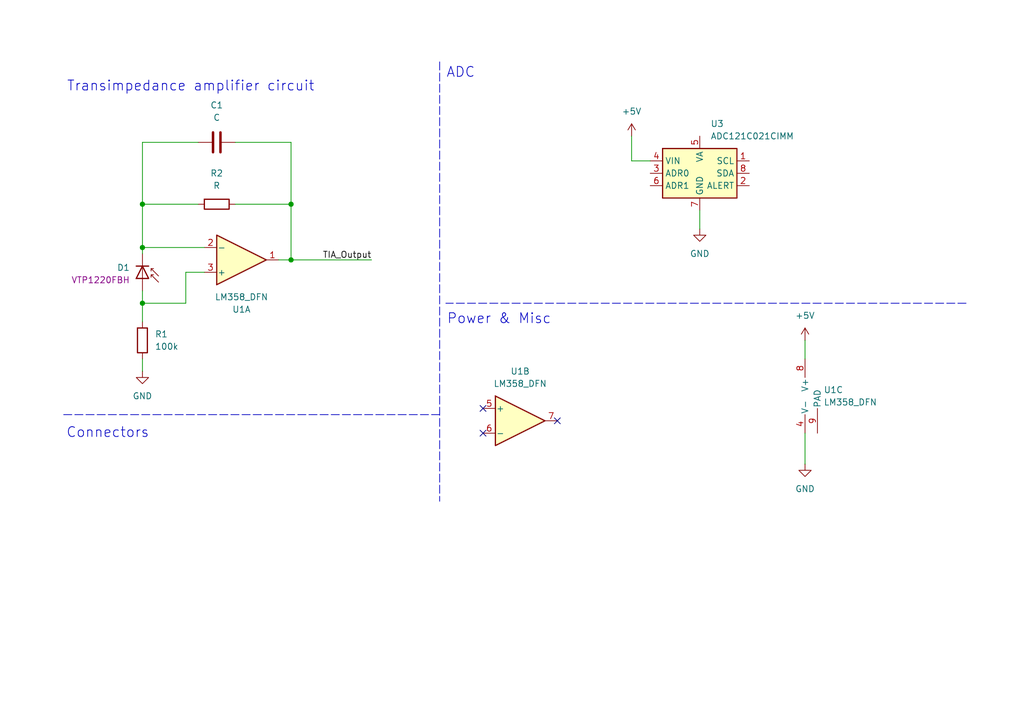
<source format=kicad_sch>
(kicad_sch (version 20231120) (generator "eeschema") (generator_version "8.0")
  (paper "A5")
  (lib_symbols
    (symbol "Amplifier_Operational:LM358_DFN" (pin_names (offset 0.127))
      (property "Reference" "U" (at 0 5.08 0))
      (property "Value" "LM358_DFN" (at 0 -5.08 0))
      (symbol "LM358_DFN_1_1"
        (polyline (pts (xy -5.08 5.08) (xy 5.08 0) (xy -5.08 -5.08) (xy -5.08 5.08)) (stroke (width 0.254)) (fill (type background)))
        (pin output line (at 7.62 0 180) (length 2.54) (name "~") (number "1"))
        (pin input line (at -7.62 -2.54 0) (length 2.54) (name "-") (number "2"))
        (pin input line (at -7.62 2.54 0) (length 2.54) (name "+") (number "3"))
      )
      (symbol "LM358_DFN_2_1"
        (polyline (pts (xy -5.08 5.08) (xy 5.08 0) (xy -5.08 -5.08) (xy -5.08 5.08)) (stroke (width 0.254)) (fill (type background)))
        (pin input line (at -7.62 2.54 0) (length 2.54) (name "+") (number "5"))
        (pin input line (at -7.62 -2.54 0) (length 2.54) (name "-") (number "6"))
        (pin output line (at 7.62 0 180) (length 2.54) (name "~") (number "7"))
      )
      (symbol "LM358_DFN_3_1"
        (pin power_in line (at -2.54 -7.62 90) (length 3.81) (name "V-") (number "4"))
        (pin power_in line (at -2.54 7.62 270) (length 3.81) (name "V+") (number "8"))
        (pin power_in line (at 0 -7.62 90) (length 5.08) (name "PAD") (number "9"))
      )
    )
    (symbol "Analog_ADC:ADC121C021CIMM"
      (property "Reference" "U" (at 3.81 11.43 0))
      (property "Value" "ADC121C021CIMM" (at 10.16 8.89 0))
      (symbol "ADC121C021CIMM_0_1"
        (rectangle (start -7.62 5.08) (end 7.62 -5.08) (stroke (width 0.254)) (fill (type background)))
      )
      (symbol "ADC121C021CIMM_1_1"
        (pin input line (at 10.16 2.54 180) (length 2.54) (name "SCL") (number "1"))
        (pin open_collector line (at 10.16 -2.54 180) (length 2.54) (name "ALERT") (number "2"))
        (pin input line (at -10.16 0 0) (length 2.54) (name "ADR0") (number "3"))
        (pin input line (at -10.16 2.54 0) (length 2.54) (name "VIN") (number "4"))
        (pin power_in line (at 0 7.62 270) (length 2.54) (name "VA") (number "5"))
        (pin input line (at -10.16 -2.54 0) (length 2.54) (name "ADR1") (number "6"))
        (pin power_in line (at 0 -7.62 90) (length 2.54) (name "GND") (number "7"))
        (pin bidirectional line (at 10.16 0 180) (length 2.54) (name "SDA") (number "8"))
      )
    )
    (symbol "Device:C" (pin_numbers hide) (pin_names (offset 0.254))
      (property "Reference" "C" (at 0.635 2.54 0))
      (property "Value" "C" (at 0.635 -2.54 0))
      (symbol "C_0_1"
        (polyline (pts (xy -2.032 -0.762) (xy 2.032 -0.762)) (stroke (width 0.508)))
        (polyline (pts (xy -2.032 0.762) (xy 2.032 0.762)) (stroke (width 0.508)))
      )
      (symbol "C_1_1"
        (pin passive line (at 0 3.81 270) (length 2.794) (name "~") (number "1"))
        (pin passive line (at 0 -3.81 90) (length 2.794) (name "~") (number "2"))
      )
    )
    (symbol "Device:D_Photo" (pin_numbers hide) (pin_names hide)
      (property "Reference" "D" (at 0.508 1.778 0))
      (property "Value" "D_Photo" (at -1.016 -2.794 0))
      (symbol "D_Photo_0_1"
        (polyline (pts (xy -2.54 1.27) (xy -2.54 -1.27)) (stroke (width 0.254)))
        (polyline (pts (xy -2.032 1.778) (xy -1.524 1.778)))
        (polyline (pts (xy 0 0) (xy -2.54 0)))
        (polyline (pts (xy -0.508 3.302) (xy -2.032 1.778) (xy -2.032 2.286)))
        (polyline (pts (xy 0 -1.27) (xy 0 1.27) (xy -2.54 0) (xy 0 -1.27)) (stroke (width 0.254)))
        (polyline (pts (xy 0.762 3.302) (xy -0.762 1.778) (xy -0.762 2.286) (xy -0.762 1.778) (xy -0.254 1.778)))
      )
      (symbol "D_Photo_1_1"
        (pin passive line (at -5.08 0 0) (length 2.54) (name "K") (number "1"))
        (pin passive line (at 2.54 0 180) (length 2.54) (name "A") (number "2"))
      )
    )
    (symbol "Device:R" (pin_numbers hide) (pin_names (offset 0))
      (property "Reference" "R" (at 2.032 0 90))
      (property "Value" "R" (at 0 0 90))
      (symbol "R_0_1"
        (rectangle (start -1.016 -2.54) (end 1.016 2.54) (stroke (width 0.254)))
      )
      (symbol "R_1_1"
        (pin passive line (at 0 3.81 270) (length 1.27) (name "~") (number "1"))
        (pin passive line (at 0 -3.81 90) (length 1.27) (name "~") (number "2"))
      )
    )
    (symbol "power:+5V" (power) (pin_numbers hide) (pin_names (offset 0) hide)
      (property "Value" "+5V" (at 0 3.556 0))
      (symbol "+5V_0_1"
        (polyline (pts (xy -0.762 1.27) (xy 0 2.54)))
        (polyline (pts (xy 0 0) (xy 0 2.54)))
        (polyline (pts (xy 0 2.54) (xy 0.762 1.27)))
      )
      (symbol "+5V_1_1"
        (pin power_in line (at 0 0 90) (length 0) (name "~") (number "1"))
      )
    )
    (symbol "power:GND" (power) (pin_numbers hide) (pin_names (offset 0) hide)
      (property "Value" "GND" (at 0 -3.81 0))
      (symbol "GND_0_1"
        (polyline (pts (xy 0 0) (xy 0 -1.27) (xy 1.27 -1.27) (xy 0 -2.54) (xy -1.27 -1.27) (xy 0 -1.27)))
      )
      (symbol "GND_1_1"
        (pin power_in line (at 0 0 270) (length 0) (name "~") (number "1"))
      )
    )
  )
  (junction (at 59.69 53.34))
  (junction (at 29.21 62.23))
  (junction (at 59.69 41.91))
  (junction (at 29.21 41.91))
  (junction (at 29.21 50.8))
  (no_connect (at 99.06 83.82))
  (no_connect (at 114.3 86.36))
  (no_connect (at 99.06 88.9))
  (polyline (pts (xy 90.17 12.7) (xy 90.17 102.87)) (stroke (width 0) (type dash)))
  (polyline (pts (xy 198.12 62.23) (xy 91.44 62.23)) (stroke (width 0) (type dash)))
  (wire (pts (xy 59.69 29.21) (xy 48.26 29.21)))
  (wire (pts (xy 29.21 59.69) (xy 29.21 62.23)))
  (wire (pts (xy 29.21 29.21) (xy 29.21 41.91)))
  (wire (pts (xy 29.21 50.8) (xy 29.21 41.91)))
  (wire (pts (xy 40.64 29.21) (xy 29.21 29.21)))
  (wire (pts (xy 29.21 62.23) (xy 29.21 66.04)))
  (wire (pts (xy 29.21 76.2) (xy 29.21 73.66)))
  (wire (pts (xy 41.91 50.8) (xy 29.21 50.8)))
  (wire (pts (xy 59.69 53.34) (xy 76.2 53.34)))
  (wire (pts (xy 165.1 88.9) (xy 165.1 95.25)))
  (wire (pts (xy 38.1 62.23) (xy 38.1 55.88)))
  (wire (pts (xy 29.21 62.23) (xy 38.1 62.23)))
  (wire (pts (xy 165.1 69.85) (xy 165.1 73.66)))
  (wire (pts (xy 48.26 41.91) (xy 59.69 41.91)))
  (wire (pts (xy 143.51 43.18) (xy 143.51 46.99)))
  (wire (pts (xy 38.1 55.88) (xy 41.91 55.88)))
  (wire (pts (xy 133.35 33.02) (xy 129.54 33.02)))
  (wire (pts (xy 129.54 27.94) (xy 129.54 33.02)))
  (wire (pts (xy 29.21 50.8) (xy 29.21 52.07)))
  (wire (pts (xy 59.69 41.91) (xy 59.69 53.34)))
  (wire (pts (xy 57.15 53.34) (xy 59.69 53.34)))
  (polyline (pts (xy 90.17 85.09) (xy 12.7 85.09)) (stroke (width 0) (type dash)))
  (wire (pts (xy 59.69 41.91) (xy 59.69 29.21)))
  (wire (pts (xy 29.21 41.91) (xy 40.64 41.91)))
  (text "Power & Misc" (at 102.362 65.532 0) (effects (font (size 2.032 2.032))))
  (text "Connectors" (at 22.098 88.9 0) (effects (font (size 2.032 2.032))))
  (text "ADC" (at 94.488 14.986 0) (effects (font (size 2.032 2.032))))
  (text "Transimpedance amplifier circuit" (at 39.116 17.78 0) (effects (font (size 2.032 2.032))))
  (label "TIA_Output" (at 76.2 53.34 180))
  (symbol (lib_id "Amplifier_Operational:LM358_DFN") (at 167.64 81.28 0) (unit 3)
    (property "Reference" "U1" (at 168.91 80.0099 0) (effects (justify left)))
    (property "Value" "LM358_DFN" (at 168.91 82.5499 0) (effects (justify left)))
    (property "Footprint" "Package_DFN_QFN:DFN-8-1EP_2x2mm_P0.5mm_EP1.05x1.75mm" (effects (hide yes)))
    (property "Datasheet" "www.st.com/resource/en/datasheet/lm358.pdf" (effects (hide yes)))
    (property "Description" "Low-Power, Dual Operational Amplifiers, DFN-8" (effects (hide yes)))
  )
  (symbol (lib_id "Device:C") (at 44.45 29.21 90) (unit 1)
    (property "Reference" "C1" (at 44.45 21.59 90))
    (property "Value" "C" (at 44.45 24.13 90))
    (property "Footprint" "Capacitor_SMD:C_0402_1005Metric" (effects (hide yes)))
    (property "Description" "Unpolarized capacitor" (effects (hide yes)))
  )
  (symbol (lib_id "power:GND") (at 143.51 46.99 0) (unit 1)
    (property "Reference" "#PWR05" (effects (hide yes)))
    (property "Value" "GND" (at 143.51 52.07 0))
    (property "Description" "Power symbol creates a global label with name \"GND\" , ground" (effects (hide yes)))
  )
  (symbol (lib_id "power:GND") (at 29.21 76.2 0) (unit 1)
    (property "Reference" "#PWR01" (effects (hide yes)))
    (property "Value" "GND" (at 29.21 81.28 0))
    (property "Description" "Power symbol creates a global label with name \"GND\" , ground" (effects (hide yes)))
  )
  (symbol (lib_id "power:GND") (at 165.1 95.25 0) (unit 1)
    (property "Reference" "#PWR02" (effects (hide yes)))
    (property "Value" "GND" (at 165.1 100.33 0))
    (property "Description" "Power symbol creates a global label with name \"GND\" , ground" (effects (hide yes)))
  )
  (symbol (lib_id "Device:R") (at 29.21 69.85 0) (unit 1)
    (property "Reference" "R1" (at 31.75 68.5799 0) (effects (justify left)))
    (property "Value" "100k" (at 31.75 71.1199 0) (effects (justify left)))
    (property "Footprint" "Resistor_SMD:R_0402_1005Metric" (effects (hide yes)))
    (property "Description" "Resistor" (effects (hide yes)))
  )
  (symbol (lib_id "Analog_ADC:ADC121C021CIMM") (at 143.51 35.56 0) (unit 1)
    (property "Reference" "U3" (at 145.7041 25.4 0) (effects (justify left)))
    (property "Value" "ADC121C021CIMM" (at 145.7041 27.94 0) (effects (justify left)))
    (property "Footprint" "Package_SO:MSOP-8_3x3mm_P0.65mm" (effects (hide yes)))
    (property "Datasheet" "http://www.ti.com/lit/ds/symlink/adc121c021.pdf" (effects (hide yes)))
    (property "Description" "I2C-Compatible, 12-Bit Analog-to-Digital Converter with Alert Function, MSOP-8" (effects (hide yes)))
  )
  (symbol (lib_id "power:+5V") (at 165.1 69.85 0) (unit 1)
    (property "Reference" "#PWR03" (effects (hide yes)))
    (property "Value" "+5V" (at 165.1 64.77 0))
    (property "Description" "Power symbol creates a global label with name \"+5V\"" (effects (hide yes)))
  )
  (symbol (lib_id "Device:R") (at 44.45 41.91 90) (unit 1)
    (property "Reference" "R2" (at 44.45 35.56 90))
    (property "Value" "R" (at 44.45 38.1 90))
    (property "Footprint" "Resistor_SMD:R_0402_1005Metric" (effects (hide yes)))
    (property "Description" "Resistor" (effects (hide yes)))
  )
  (symbol (lib_id "Amplifier_Operational:LM358_DFN") (at 49.53 53.34 0) (mirror x) (unit 1)
    (property "Reference" "U1" (at 49.53 63.5 0))
    (property "Value" "LM358_DFN" (at 49.53 60.96 0))
    (property "Footprint" "Package_DFN_QFN:DFN-8-1EP_2x2mm_P0.5mm_EP1.05x1.75mm" (effects (hide yes)))
    (property "Datasheet" "www.st.com/resource/en/datasheet/lm358.pdf" (effects (hide yes)))
    (property "Description" "Low-Power, Dual Operational Amplifiers, DFN-8" (effects (hide yes)))
  )
  (symbol (lib_id "Device:D_Photo") (at 29.21 57.15 270) (unit 1)
    (property "Reference" "D1" (at 26.67 54.9274 90) (effects (justify right)))
    (property "Value" "D_Photo" (effects (hide yes)))
    (property "Footprint" "Library:T-1_3-4_Flat" (effects (hide yes)))
    (property "Datasheet" "https://www.tme.eu/Document/99fa8b97bc9fac9fd65b9c88e771e8d1/2.pdf" (effects (hide yes)))
    (property "Description" "Photodiode" (effects (hide yes)))
    (property "MPN" "VTP1220FBH" (at 26.67 57.4674 90) (effects (justify right)))
  )
  (symbol (lib_id "power:+5V") (at 129.54 27.94 0) (unit 1)
    (property "Reference" "#PWR04" (effects (hide yes)))
    (property "Value" "+5V" (at 129.54 22.86 0))
    (property "Description" "Power symbol creates a global label with name \"+5V\"" (effects (hide yes)))
  )
  (symbol (lib_id "Amplifier_Operational:LM358_DFN") (at 106.68 86.36 0) (unit 2)
    (property "Reference" "U1" (at 106.68 76.2 0))
    (property "Value" "LM358_DFN" (at 106.68 78.74 0))
    (property "Footprint" "Package_DFN_QFN:DFN-8-1EP_2x2mm_P0.5mm_EP1.05x1.75mm" (effects (hide yes)))
    (property "Datasheet" "www.st.com/resource/en/datasheet/lm358.pdf" (effects (hide yes)))
    (property "Description" "Low-Power, Dual Operational Amplifiers, DFN-8" (effects (hide yes)))
  )
)
</source>
